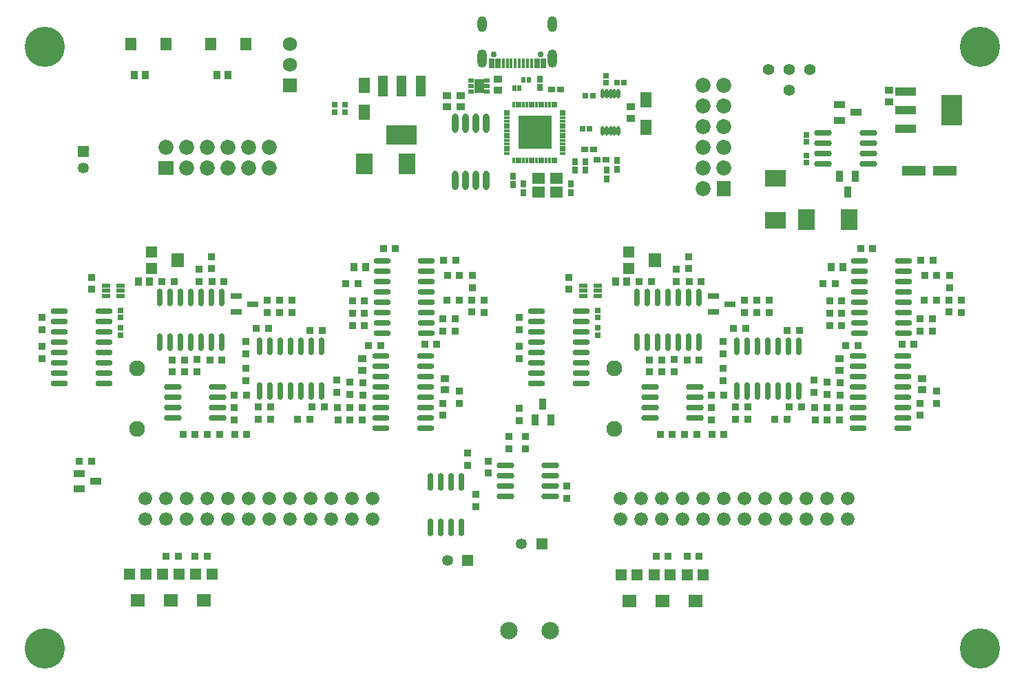
<source format=gbr>
%TF.GenerationSoftware,Altium Limited,Altium Designer,24.8.2 (39)*%
G04 Layer_Color=8388736*
%FSLAX45Y45*%
%MOMM*%
%TF.SameCoordinates,55E81912-07CE-4C71-A4AC-877ABC84EAD1*%
%TF.FilePolarity,Negative*%
%TF.FileFunction,Soldermask,Top*%
%TF.Part,Single*%
G01*
G75*
%TA.AperFunction,SMDPad,CuDef*%
%ADD98R,0.50001X0.70001*%
%ADD99R,0.64160X0.66726*%
%ADD100R,0.96561X0.90808*%
%ADD101R,0.90808X0.96561*%
%ADD102R,1.75000X1.65000*%
%ADD103R,1.35000X1.35000*%
%ADD104R,1.35000X1.35000*%
%ADD105R,1.65000X1.75000*%
%ADD106R,1.38000X1.50999*%
%ADD107R,1.40001X0.85000*%
%ADD108R,0.85000X1.40001*%
%ADD109R,1.05000X0.55000*%
%ADD110R,1.40000X0.75000*%
%ADD111C,1.40000*%
%ADD112R,2.62000X1.13001*%
%ADD113R,2.62000X3.75000*%
%ADD114R,1.55000X1.35000*%
%ADD115R,3.75000X2.49000*%
%ADD116R,1.25000X2.65000*%
%ADD117R,0.64160X0.89169*%
%ADD118R,1.44601X1.90750*%
%ADD119R,1.05000X0.95000*%
%ADD120R,0.95000X1.05000*%
%ADD121R,0.65000X0.50001*%
%ADD122R,1.15000X1.75000*%
%ADD123O,2.19501X0.73801*%
%ADD124R,0.76660X0.30160*%
%ADD125R,0.30160X0.76660*%
%ADD126R,4.10159X4.10159*%
%ADD127O,0.78000X2.40001*%
%ADD128O,0.73801X2.19501*%
%ADD129O,0.45000X1.15000*%
%ADD130O,2.12099X0.75201*%
%ADD131O,0.72399X2.18800*%
%TA.AperFunction,TestPad*%
G04:AMPARAMS|DCode=132|XSize=0.7mm|YSize=1.25mm|CornerRadius=0.125mm|HoleSize=0mm|Usage=FLASHONLY|Rotation=180.000|XOffset=0mm|YOffset=0mm|HoleType=Round|Shape=RoundedRectangle|*
%AMROUNDEDRECTD132*
21,1,0.70000,1.00000,0,0,180.0*
21,1,0.45000,1.25000,0,0,180.0*
1,1,0.25000,-0.22500,0.50000*
1,1,0.25000,0.22500,0.50000*
1,1,0.25000,0.22500,-0.50000*
1,1,0.25000,-0.22500,-0.50000*
%
%ADD132ROUNDEDRECTD132*%
G04:AMPARAMS|DCode=133|XSize=0.4mm|YSize=1.25mm|CornerRadius=0.0875mm|HoleSize=0mm|Usage=FLASHONLY|Rotation=180.000|XOffset=0mm|YOffset=0mm|HoleType=Round|Shape=RoundedRectangle|*
%AMROUNDEDRECTD133*
21,1,0.40000,1.07500,0,0,180.0*
21,1,0.22500,1.25000,0,0,180.0*
1,1,0.17500,-0.11250,0.53750*
1,1,0.17500,0.11250,0.53750*
1,1,0.17500,0.11250,-0.53750*
1,1,0.17500,-0.11250,-0.53750*
%
%ADD133ROUNDEDRECTD133*%
%TA.AperFunction,SMDPad,CuDef*%
%ADD134R,0.89169X0.64160*%
%ADD135R,0.66726X0.64160*%
%ADD136R,2.05000X2.52599*%
%ADD137R,2.95000X1.25000*%
%ADD138R,2.52599X2.05000*%
%TA.AperFunction,ViaPad*%
%ADD139C,4.95000*%
%TA.AperFunction,ComponentPad*%
%ADD140C,1.35000*%
%ADD141R,1.35000X1.35000*%
%ADD142R,1.35000X1.35000*%
%ADD143C,1.95000*%
%TA.AperFunction,TestPad*%
%ADD144O,1.15000X2.25000*%
%ADD145C,0.75000*%
%ADD146O,1.15000X1.95000*%
%TA.AperFunction,ComponentPad*%
%ADD147R,1.75000X1.75000*%
%ADD148C,1.75000*%
%ADD149C,2.15000*%
%ADD150C,1.67400*%
%ADD151R,1.85000X1.75000*%
%ADD152C,1.85000*%
%ADD153R,1.75000X1.85000*%
D98*
X6388100Y7493000D02*
D03*
X6453099D02*
D03*
X6338799Y7391400D02*
D03*
X6273800D02*
D03*
D99*
X1433897Y4570994D02*
D03*
Y4657557D02*
D03*
X7301297Y4570994D02*
D03*
Y4657557D02*
D03*
X9870000Y6733837D02*
D03*
Y6820400D02*
D03*
Y6479837D02*
D03*
Y6566400D02*
D03*
X4065560Y7185157D02*
D03*
Y7098594D02*
D03*
X4191000Y7185863D02*
D03*
Y7099300D02*
D03*
X7404640Y7458443D02*
D03*
Y7545006D02*
D03*
X1437200Y4356600D02*
D03*
Y4443163D02*
D03*
X7304600Y4356600D02*
D03*
Y4443163D02*
D03*
D100*
X2377000Y3902855D02*
D03*
Y4053527D02*
D03*
X8244400Y3902855D02*
D03*
Y4053527D02*
D03*
X2224600Y3901127D02*
D03*
Y4051800D02*
D03*
X8092000Y3901127D02*
D03*
Y4051800D02*
D03*
X2072200Y3901127D02*
D03*
Y4051800D02*
D03*
X7939600Y3901127D02*
D03*
Y4051800D02*
D03*
X2554800Y5171127D02*
D03*
Y5321800D02*
D03*
X8422200Y5171127D02*
D03*
Y5321800D02*
D03*
X2402400Y5017000D02*
D03*
Y5167673D02*
D03*
X8269800Y5017000D02*
D03*
Y5167673D02*
D03*
X2976640Y4127512D02*
D03*
Y4278185D02*
D03*
X8844040Y4127512D02*
D03*
Y4278185D02*
D03*
X3545400Y4636000D02*
D03*
Y4786673D02*
D03*
X9412800Y4636000D02*
D03*
Y4786673D02*
D03*
X3240600Y4636000D02*
D03*
Y4786673D02*
D03*
X9108000Y4636000D02*
D03*
Y4786673D02*
D03*
X3393000Y4636000D02*
D03*
Y4786673D02*
D03*
X9260400Y4636000D02*
D03*
Y4786673D02*
D03*
X2976640Y3797312D02*
D03*
Y3947985D02*
D03*
X8844040Y3797312D02*
D03*
Y3947985D02*
D03*
X4091500Y3647940D02*
D03*
Y3798613D02*
D03*
X9958900Y3647940D02*
D03*
Y3798613D02*
D03*
X5602800Y3518400D02*
D03*
Y3669073D02*
D03*
X11470200Y3518400D02*
D03*
Y3669073D02*
D03*
X5399600Y3367727D02*
D03*
Y3518400D02*
D03*
X11267000Y3367727D02*
D03*
Y3518400D02*
D03*
X4409000Y3315200D02*
D03*
Y3465873D02*
D03*
X10276400Y3315200D02*
D03*
Y3465873D02*
D03*
X4411740Y3616972D02*
D03*
Y3767645D02*
D03*
X10279140Y3616972D02*
D03*
Y3767645D02*
D03*
X4253860Y3624755D02*
D03*
Y3775428D02*
D03*
X10121260Y3624755D02*
D03*
Y3775428D02*
D03*
X1081600Y4917127D02*
D03*
Y5067800D02*
D03*
X6949000Y4917127D02*
D03*
Y5067800D02*
D03*
X5755200Y4637727D02*
D03*
Y4788400D02*
D03*
X11622600Y4637727D02*
D03*
Y4788400D02*
D03*
X5907600Y4636000D02*
D03*
Y4786673D02*
D03*
X11775000Y4636000D02*
D03*
Y4786673D02*
D03*
X5757940Y4937772D02*
D03*
Y5088445D02*
D03*
X11625340Y4937772D02*
D03*
Y5088445D02*
D03*
X2834200Y3315200D02*
D03*
Y3465873D02*
D03*
X8701600Y3315200D02*
D03*
Y3465873D02*
D03*
X6339400Y3305040D02*
D03*
Y3455713D02*
D03*
X6923600Y2350000D02*
D03*
Y2500673D02*
D03*
X5958400Y2656527D02*
D03*
Y2807200D02*
D03*
X6415600Y2959600D02*
D03*
Y3110273D02*
D03*
X6212400Y2959600D02*
D03*
Y3110273D02*
D03*
X5704400Y2756400D02*
D03*
Y2907073D02*
D03*
X5806000Y2248400D02*
D03*
Y2399073D02*
D03*
X465957Y4423349D02*
D03*
Y4574022D02*
D03*
X6333357Y4423349D02*
D03*
Y4574022D02*
D03*
X468697Y4064721D02*
D03*
Y4215394D02*
D03*
X6336097Y4064721D02*
D03*
Y4215394D02*
D03*
D101*
X2531127Y4051800D02*
D03*
X2681800D02*
D03*
X8398527D02*
D03*
X8549200D02*
D03*
X3105655Y4438080D02*
D03*
X3256328D02*
D03*
X8973055D02*
D03*
X9123728D02*
D03*
X1996000Y1638800D02*
D03*
X2146673D02*
D03*
X8017527D02*
D03*
X8168200D02*
D03*
X2351600D02*
D03*
X2502273D02*
D03*
X8398527D02*
D03*
X8549200D02*
D03*
X3126300Y3470140D02*
D03*
X3276973D02*
D03*
X8993700D02*
D03*
X9144373D02*
D03*
X3788427D02*
D03*
X3939100D02*
D03*
X9655827D02*
D03*
X9806500D02*
D03*
X3766055Y4412680D02*
D03*
X3916728D02*
D03*
X9633455D02*
D03*
X9784128D02*
D03*
X3128027Y3317740D02*
D03*
X3278700D02*
D03*
X8995427D02*
D03*
X9146100D02*
D03*
X3608900D02*
D03*
X3759573D02*
D03*
X9476300D02*
D03*
X9626973D02*
D03*
X4105927Y3315200D02*
D03*
X4256600D02*
D03*
X9973327D02*
D03*
X10124000D02*
D03*
X10352600Y4229600D02*
D03*
X10503273D02*
D03*
X4104200Y3467600D02*
D03*
X4254873D02*
D03*
X9971600D02*
D03*
X10122273D02*
D03*
X5399600Y4407400D02*
D03*
X5550273D02*
D03*
X11267000D02*
D03*
X11417673D02*
D03*
X5172727Y4242300D02*
D03*
X5323400D02*
D03*
X11040127D02*
D03*
X11190800D02*
D03*
X5447372Y4785660D02*
D03*
X5598045D02*
D03*
X11314772D02*
D03*
X11465445D02*
D03*
X4205800Y4991600D02*
D03*
X4356473D02*
D03*
X10073200D02*
D03*
X10223873D02*
D03*
X4283727Y4775700D02*
D03*
X4434400D02*
D03*
X10151127D02*
D03*
X10301800D02*
D03*
X5399600Y4559800D02*
D03*
X5550273D02*
D03*
X11267000D02*
D03*
X11417673D02*
D03*
X5452127Y5093200D02*
D03*
X5602800D02*
D03*
X11319527D02*
D03*
X11470200D02*
D03*
X4283727Y4470900D02*
D03*
X4434400D02*
D03*
X10151127D02*
D03*
X10301800D02*
D03*
X2200927Y3137400D02*
D03*
X2351600D02*
D03*
X8068327D02*
D03*
X8219000D02*
D03*
X5404355Y5273740D02*
D03*
X5555028D02*
D03*
X11271755D02*
D03*
X11422428D02*
D03*
X4664727Y5423400D02*
D03*
X4815400D02*
D03*
X10532127D02*
D03*
X10682800D02*
D03*
X4283727Y4623300D02*
D03*
X4434400D02*
D03*
X10151127D02*
D03*
X10301800D02*
D03*
X2504000Y3137400D02*
D03*
X2654673D02*
D03*
X8371400D02*
D03*
X8522073D02*
D03*
X2835927D02*
D03*
X2986600D02*
D03*
X8703327D02*
D03*
X8854000D02*
D03*
X2834200Y3620000D02*
D03*
X2984873D02*
D03*
X8701600D02*
D03*
X8852273D02*
D03*
X2556527Y5017000D02*
D03*
X2707200D02*
D03*
X8423927D02*
D03*
X8574600D02*
D03*
X929200Y2807200D02*
D03*
X1079873D02*
D03*
X4485200Y4229600D02*
D03*
X4635873D02*
D03*
X1945200Y5017000D02*
D03*
X2095873D02*
D03*
X7812600D02*
D03*
X7963273D02*
D03*
D102*
X1645500Y1091500D02*
D03*
X7687200Y1085207D02*
D03*
X2051900Y1091500D02*
D03*
X8093600Y1085207D02*
D03*
X2458300Y1091500D02*
D03*
X8500000Y1085207D02*
D03*
D103*
X1545501Y1416493D02*
D03*
X1745500D02*
D03*
X7587200Y1410200D02*
D03*
X7787200D02*
D03*
X1951901Y1416493D02*
D03*
X2151900D02*
D03*
X7993600Y1410200D02*
D03*
X8193600D02*
D03*
X2358301Y1416493D02*
D03*
X2558300D02*
D03*
X8400000Y1410200D02*
D03*
X8600000D02*
D03*
D104*
X1811907Y5176101D02*
D03*
Y5376100D02*
D03*
X7679307Y5176101D02*
D03*
Y5376100D02*
D03*
D105*
X2136900Y5276100D02*
D03*
X8004300D02*
D03*
D106*
X1559018Y7938000D02*
D03*
X1996000D02*
D03*
X2540100Y7934640D02*
D03*
X2977081D02*
D03*
D107*
X10276400Y6998200D02*
D03*
Y7188192D02*
D03*
X10476400Y7093196D02*
D03*
X929200Y2464808D02*
D03*
Y2654800D02*
D03*
X1129200Y2559804D02*
D03*
D108*
X10276400Y6312400D02*
D03*
X10371396Y6112401D02*
D03*
X10466392Y6312400D02*
D03*
X6532948Y3310120D02*
D03*
X6722940D02*
D03*
X6627944Y3510120D02*
D03*
D109*
X1257216Y4836203D02*
D03*
Y4901202D02*
D03*
Y4966200D02*
D03*
X1437200Y4836203D02*
D03*
Y4901202D02*
D03*
Y4966200D02*
D03*
X7124616Y4836203D02*
D03*
Y4901202D02*
D03*
Y4966200D02*
D03*
X7304600Y4836203D02*
D03*
Y4901202D02*
D03*
Y4966200D02*
D03*
D110*
X2852800Y4833100D02*
D03*
Y4642100D02*
D03*
X3062800Y4737600D02*
D03*
X8720200Y4833100D02*
D03*
Y4642100D02*
D03*
X8930200Y4737600D02*
D03*
D111*
X9652000Y7620000D02*
D03*
X9398000D02*
D03*
X9906000D02*
D03*
X9652000Y7366000D02*
D03*
D112*
X11084521Y6892783D02*
D03*
Y7122780D02*
D03*
Y7352777D02*
D03*
D113*
X11651500Y7122780D02*
D03*
D114*
X6576585Y6116998D02*
D03*
Y6287000D02*
D03*
X6796600Y6116998D02*
D03*
Y6287000D02*
D03*
D115*
X4891600Y6820400D02*
D03*
D116*
X4661603Y7414392D02*
D03*
X4891600D02*
D03*
X5121597D02*
D03*
D117*
X6593400Y7397183D02*
D03*
Y7506200D02*
D03*
X7025200Y6381183D02*
D03*
Y6490200D02*
D03*
X7152200Y6381183D02*
D03*
Y6490200D02*
D03*
X6390200Y6109200D02*
D03*
Y6218217D02*
D03*
X6974400Y6109200D02*
D03*
Y6218217D02*
D03*
X7414980Y6276022D02*
D03*
Y6385039D02*
D03*
X7539440Y6395402D02*
D03*
Y6504419D02*
D03*
X6263200Y6203383D02*
D03*
Y6312400D02*
D03*
D118*
X7898000Y6910969D02*
D03*
Y7248230D02*
D03*
X4434400Y7092739D02*
D03*
Y7430000D02*
D03*
D119*
X7707697Y7021789D02*
D03*
Y7161794D02*
D03*
X4405697Y3922989D02*
D03*
Y4062994D02*
D03*
X10273097Y3922989D02*
D03*
Y4062994D02*
D03*
X5419920Y3683500D02*
D03*
Y3823505D02*
D03*
X11287320Y3683500D02*
D03*
Y3823505D02*
D03*
X6070600Y7366000D02*
D03*
Y7506005D02*
D03*
X10886000Y7226800D02*
D03*
Y7366805D02*
D03*
X5450400Y7163300D02*
D03*
Y7303305D02*
D03*
X5615500Y7163300D02*
D03*
Y7303305D02*
D03*
D120*
X1652795Y5017000D02*
D03*
X1792800D02*
D03*
X7520195D02*
D03*
X7660200D02*
D03*
X4307095Y5194800D02*
D03*
X4447100D02*
D03*
X10174495D02*
D03*
X10314500D02*
D03*
X1601995Y7557000D02*
D03*
X1742000D02*
D03*
X2617995D02*
D03*
X2758000D02*
D03*
D121*
X5742000Y7351801D02*
D03*
Y7481799D02*
D03*
Y7416800D02*
D03*
X5942000Y7351801D02*
D03*
Y7416800D02*
D03*
Y7481799D02*
D03*
D122*
X5842000Y7416800D02*
D03*
D123*
X10073200Y6464800D02*
D03*
Y6591800D02*
D03*
Y6718800D02*
D03*
Y6845800D02*
D03*
X10627682Y6591800D02*
D03*
Y6464800D02*
D03*
Y6845800D02*
D03*
Y6718800D02*
D03*
X6165918Y2502400D02*
D03*
Y2375400D02*
D03*
Y2756400D02*
D03*
Y2629400D02*
D03*
X6720400Y2502400D02*
D03*
Y2375400D02*
D03*
Y2756400D02*
D03*
Y2629400D02*
D03*
X2076518Y3340600D02*
D03*
Y3467600D02*
D03*
Y3594600D02*
D03*
Y3721600D02*
D03*
X2631000Y3340600D02*
D03*
Y3467600D02*
D03*
Y3721600D02*
D03*
Y3594600D02*
D03*
X7943918Y3340600D02*
D03*
Y3467600D02*
D03*
Y3594600D02*
D03*
Y3721600D02*
D03*
X8498400Y3340600D02*
D03*
Y3467600D02*
D03*
Y3721600D02*
D03*
Y3594600D02*
D03*
D124*
X6187559Y6587939D02*
D03*
Y6627944D02*
D03*
Y6747934D02*
D03*
Y6667949D02*
D03*
Y6707929D02*
D03*
Y6787939D02*
D03*
Y6907929D02*
D03*
Y6827944D02*
D03*
Y6867949D02*
D03*
Y7067949D02*
D03*
Y6987939D02*
D03*
Y7027944D02*
D03*
Y7107928D02*
D03*
Y6947934D02*
D03*
X6869066Y6587939D02*
D03*
Y6627944D02*
D03*
Y6747934D02*
D03*
Y6667949D02*
D03*
Y6707929D02*
D03*
Y6787939D02*
D03*
Y6827944D02*
D03*
Y6867949D02*
D03*
Y6907929D02*
D03*
Y6947934D02*
D03*
Y7067949D02*
D03*
Y6987939D02*
D03*
Y7027944D02*
D03*
Y7107928D02*
D03*
D125*
X6268305Y6507193D02*
D03*
X6308310D02*
D03*
X6348315D02*
D03*
X6428300D02*
D03*
X6508310D02*
D03*
X6468305D02*
D03*
X6388295D02*
D03*
X6268305Y7188700D02*
D03*
X6348315D02*
D03*
X6308310D02*
D03*
X6428300D02*
D03*
X6508310D02*
D03*
X6468305D02*
D03*
X6388295D02*
D03*
X6548315Y6507193D02*
D03*
X6588295D02*
D03*
X6708310D02*
D03*
X6788294D02*
D03*
X6748315D02*
D03*
X6628300D02*
D03*
X6668305D02*
D03*
X6548315Y7188700D02*
D03*
X6628300D02*
D03*
X6588295D02*
D03*
X6708310D02*
D03*
X6788294D02*
D03*
X6748315D02*
D03*
X6668305D02*
D03*
D126*
X6528300Y6847934D02*
D03*
D127*
X5679000Y6254082D02*
D03*
X5552000D02*
D03*
X5679000Y6960100D02*
D03*
X5552000D02*
D03*
X5806000Y6254082D02*
D03*
X5933000D02*
D03*
X5806000Y6960100D02*
D03*
X5933000D02*
D03*
D128*
X5247200Y1994400D02*
D03*
X5374200D02*
D03*
X5247200Y2548882D02*
D03*
X5374200D02*
D03*
X5501200Y1994400D02*
D03*
X5628200D02*
D03*
X5501200Y2548882D02*
D03*
X5628200D02*
D03*
D129*
X7358600Y6868406D02*
D03*
X7408588D02*
D03*
X7458600D02*
D03*
X7358600Y7328400D02*
D03*
X7408588D02*
D03*
X7458600D02*
D03*
X7508587Y6868406D02*
D03*
X7558600D02*
D03*
X7508587Y7328400D02*
D03*
X7558600D02*
D03*
D130*
X683581Y3758194D02*
D03*
Y3885194D02*
D03*
Y4012194D02*
D03*
Y4139194D02*
D03*
Y4266194D02*
D03*
Y4393194D02*
D03*
Y4520194D02*
D03*
Y4647194D02*
D03*
X1230697Y3758194D02*
D03*
Y3885194D02*
D03*
Y4012194D02*
D03*
Y4139194D02*
D03*
Y4266194D02*
D03*
Y4393194D02*
D03*
Y4520194D02*
D03*
Y4647194D02*
D03*
X6550981Y3758194D02*
D03*
Y3885194D02*
D03*
Y4012194D02*
D03*
Y4139194D02*
D03*
Y4266194D02*
D03*
Y4393194D02*
D03*
Y4520194D02*
D03*
Y4647194D02*
D03*
X7098097Y3758194D02*
D03*
Y3885194D02*
D03*
Y4012194D02*
D03*
Y4139194D02*
D03*
Y4266194D02*
D03*
Y4393194D02*
D03*
Y4520194D02*
D03*
Y4647194D02*
D03*
X4637600Y3340600D02*
D03*
Y3467600D02*
D03*
Y3213600D02*
D03*
Y3594600D02*
D03*
Y3721600D02*
D03*
Y3848600D02*
D03*
Y3975600D02*
D03*
Y4102600D02*
D03*
X5184716Y3213600D02*
D03*
Y3340600D02*
D03*
Y3467600D02*
D03*
Y3594600D02*
D03*
Y3721600D02*
D03*
Y3975600D02*
D03*
Y4102600D02*
D03*
Y3848600D02*
D03*
X10505000Y3340600D02*
D03*
Y3467600D02*
D03*
Y3213600D02*
D03*
Y3594600D02*
D03*
Y3721600D02*
D03*
Y3848600D02*
D03*
Y3975600D02*
D03*
Y4102600D02*
D03*
X11052116Y3213600D02*
D03*
Y3340600D02*
D03*
Y3467600D02*
D03*
Y3594600D02*
D03*
Y3721600D02*
D03*
Y3975600D02*
D03*
Y4102600D02*
D03*
Y3848600D02*
D03*
X4649284Y4509000D02*
D03*
Y4636000D02*
D03*
Y4382000D02*
D03*
Y4763000D02*
D03*
Y4890000D02*
D03*
Y5017000D02*
D03*
Y5144000D02*
D03*
Y5271000D02*
D03*
X5196400Y4382000D02*
D03*
Y4509000D02*
D03*
Y4636000D02*
D03*
Y4763000D02*
D03*
Y4890000D02*
D03*
Y5144000D02*
D03*
Y5271000D02*
D03*
Y5017000D02*
D03*
X10516684Y4509000D02*
D03*
Y4636000D02*
D03*
Y4382000D02*
D03*
Y4763000D02*
D03*
Y4890000D02*
D03*
Y5017000D02*
D03*
Y5144000D02*
D03*
Y5271000D02*
D03*
X11063800Y4382000D02*
D03*
Y4509000D02*
D03*
Y4636000D02*
D03*
Y4763000D02*
D03*
Y4890000D02*
D03*
Y5144000D02*
D03*
Y5271000D02*
D03*
Y5017000D02*
D03*
D131*
X1916497Y4266194D02*
D03*
X2170497D02*
D03*
X2043497D02*
D03*
X1916497Y4820016D02*
D03*
X2170497D02*
D03*
X2043497D02*
D03*
X2297497Y4266194D02*
D03*
X2551497D02*
D03*
X2424497D02*
D03*
X2678497D02*
D03*
X2297497Y4820016D02*
D03*
X2424497D02*
D03*
X2551497D02*
D03*
X2678497D02*
D03*
X7783897Y4266194D02*
D03*
X8037897D02*
D03*
X7910897D02*
D03*
X7783897Y4820016D02*
D03*
X8037897D02*
D03*
X7910897D02*
D03*
X8164897Y4266194D02*
D03*
X8418897D02*
D03*
X8291897D02*
D03*
X8545897D02*
D03*
X8164897Y4820016D02*
D03*
X8291897D02*
D03*
X8418897D02*
D03*
X8545897D02*
D03*
X3148397Y3664112D02*
D03*
X3402397D02*
D03*
X3275397D02*
D03*
X3148397Y4217934D02*
D03*
X3402397D02*
D03*
X3275397D02*
D03*
X3529397Y3664112D02*
D03*
X3783397D02*
D03*
X3656397D02*
D03*
X3910397D02*
D03*
X3529397Y4217934D02*
D03*
X3656397D02*
D03*
X3783397D02*
D03*
X3910397D02*
D03*
X9015797Y3664112D02*
D03*
X9269797D02*
D03*
X9142797D02*
D03*
X9015797Y4217934D02*
D03*
X9269797D02*
D03*
X9142797D02*
D03*
X9396797Y3664112D02*
D03*
X9650797D02*
D03*
X9523797D02*
D03*
X9777797D02*
D03*
X9396797Y4217934D02*
D03*
X9523797D02*
D03*
X9650797D02*
D03*
X9777797D02*
D03*
D132*
X5994000Y7700250D02*
D03*
X6074000D02*
D03*
X6554000D02*
D03*
X6634000D02*
D03*
D133*
X6189000D02*
D03*
X6139000D02*
D03*
X6439000D02*
D03*
X6339000D02*
D03*
X6389000D02*
D03*
X6489000D02*
D03*
X6239000D02*
D03*
X6289000D02*
D03*
D134*
X7297183Y6515600D02*
D03*
X7406200D02*
D03*
X6735843Y7374120D02*
D03*
X6844860D02*
D03*
X7144783Y6642600D02*
D03*
X7253800D02*
D03*
D135*
X7116437Y6896600D02*
D03*
X7203000D02*
D03*
X7152640Y7297420D02*
D03*
X7239203D02*
D03*
X7536243Y7456960D02*
D03*
X7622806D02*
D03*
D136*
X4434400Y6464800D02*
D03*
X4954389D02*
D03*
X9870000Y5779000D02*
D03*
X10389989D02*
D03*
D137*
X11192052Y6372710D02*
D03*
X11572062D02*
D03*
D138*
X9489000Y6287000D02*
D03*
Y5767011D02*
D03*
D139*
X12000000Y7900000D02*
D03*
Y500000D02*
D03*
X500000D02*
D03*
Y7900000D02*
D03*
D140*
X5454400Y1588000D02*
D03*
X980000Y6414000D02*
D03*
X6364800Y1791200D02*
D03*
D141*
X5704400Y1588000D02*
D03*
X6614800Y1791200D02*
D03*
D142*
X980000Y6614000D02*
D03*
D143*
X1640400Y3200189D02*
D03*
Y3950200D02*
D03*
X7507800Y3200189D02*
D03*
Y3950200D02*
D03*
D144*
X5882000Y7757750D02*
D03*
X6746000D02*
D03*
D145*
X6025000Y7807750D02*
D03*
X6603000D02*
D03*
D146*
X5882000Y8175750D02*
D03*
X6746000D02*
D03*
D147*
X3520000Y7430000D02*
D03*
D148*
Y7684000D02*
D03*
Y7938000D02*
D03*
D149*
X6212400Y724400D02*
D03*
X6720400D02*
D03*
D150*
X1742000Y2096000D02*
D03*
X2250000D02*
D03*
X2504000D02*
D03*
X2758000D02*
D03*
X1996000D02*
D03*
X1742000Y2350000D02*
D03*
X1996000D02*
D03*
X2758000D02*
D03*
X2504000D02*
D03*
X2250000D02*
D03*
X3266000Y2096000D02*
D03*
X3012000D02*
D03*
X4028000D02*
D03*
X3520000D02*
D03*
X3774000D02*
D03*
X4536000D02*
D03*
X4282000D02*
D03*
X3012000Y2350000D02*
D03*
X3520000D02*
D03*
X3266000D02*
D03*
X3774000D02*
D03*
X4536000D02*
D03*
X4028000D02*
D03*
X4282000D02*
D03*
X7584000Y2096000D02*
D03*
X8092000D02*
D03*
X8346000D02*
D03*
X8600000D02*
D03*
X7838000D02*
D03*
X7584000Y2350000D02*
D03*
X7838000D02*
D03*
X8600000D02*
D03*
X8346000D02*
D03*
X8092000D02*
D03*
X9108000Y2096000D02*
D03*
X8854000D02*
D03*
X9870000D02*
D03*
X9362000D02*
D03*
X9616000D02*
D03*
X10378000D02*
D03*
X10124000D02*
D03*
X8854000Y2350000D02*
D03*
X9362000D02*
D03*
X9108000D02*
D03*
X9616000D02*
D03*
X10378000D02*
D03*
X9870000D02*
D03*
X10124000D02*
D03*
D151*
X1996000Y6414000D02*
D03*
D152*
Y6668000D02*
D03*
X2250000D02*
D03*
Y6414000D02*
D03*
X2504000D02*
D03*
X3012000D02*
D03*
X2758000D02*
D03*
X3266000D02*
D03*
X2504000Y6668000D02*
D03*
X2758000D02*
D03*
X3266000D02*
D03*
X3012000D02*
D03*
X8600000Y6160000D02*
D03*
Y7430000D02*
D03*
Y7176000D02*
D03*
Y6922000D02*
D03*
Y6414000D02*
D03*
Y6668000D02*
D03*
X8854000Y6414000D02*
D03*
Y6922000D02*
D03*
Y6668000D02*
D03*
Y7430000D02*
D03*
Y7176000D02*
D03*
D153*
Y6160000D02*
D03*
%TF.MD5,e241b12e7ea609366c9307dfda77db04*%
M02*

</source>
